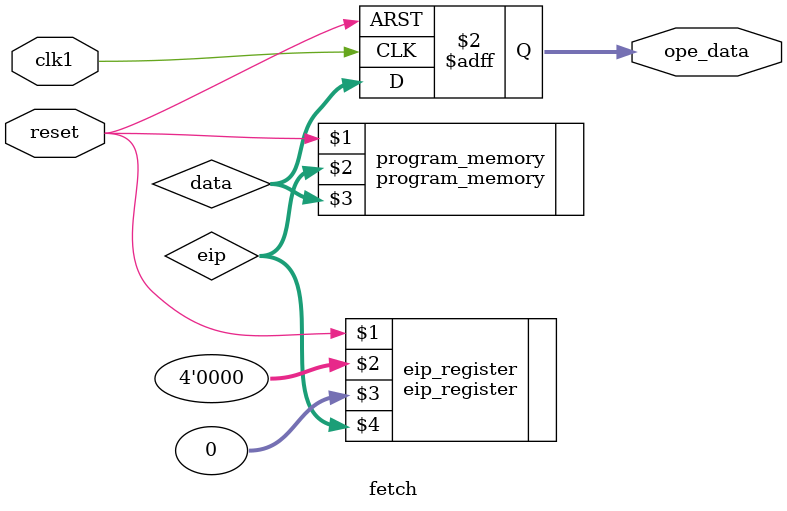
<source format=v>
module fetch(reset, clk1, ope_data);
input wire reset;
input wire clk1;
output reg [31:0]ope_data;
wire [31:0]eip;
wire [31:0]data;

eip_register eip_register(reset, 4'h0, 32'h0000, eip);

program_memory program_memory (reset, eip, data);

always @(posedge reset or posedge clk1) begin
	if (reset) 
		ope_data <= 0;
	else 
		ope_data <= data;
end

endmodule


</source>
